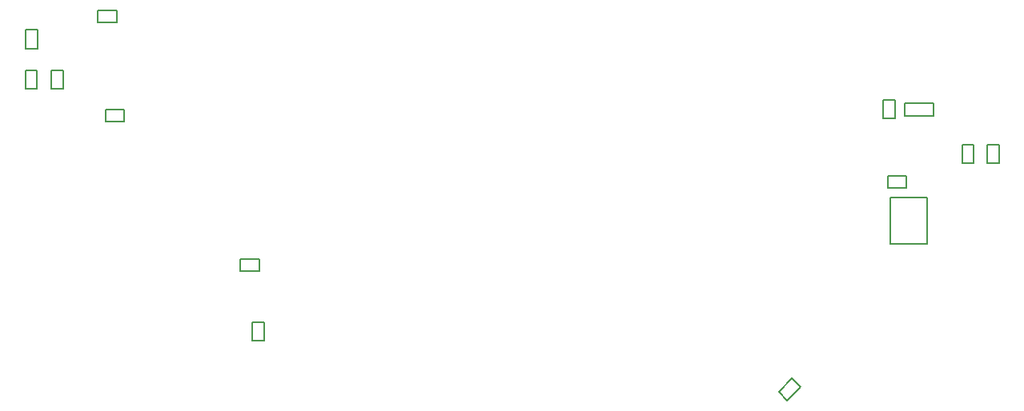
<source format=gbr>
%TF.GenerationSoftware,Altium Limited,Altium Designer,21.6.4 (81)*%
G04 Layer_Color=8388736*
%FSLAX43Y43*%
%MOMM*%
%TF.SameCoordinates,45A01B4D-518A-40F9-B883-98BDF5CD3DE6*%
%TF.FilePolarity,Positive*%
%TF.FileFunction,Other,Bottom_3D_Body*%
%TF.Part,Single*%
G01*
G75*
%TA.AperFunction,NonConductor*%
%ADD102C,0.200*%
D102*
X125305Y42700D02*
Y44100D01*
Y42700D02*
X128305D01*
Y44100D01*
X125305D02*
X128305D01*
X124280Y42425D02*
Y44425D01*
X123030D02*
X124280D01*
X123030Y42425D02*
Y44425D01*
Y42425D02*
X124280D01*
X55050Y26300D02*
X57050D01*
Y27550D01*
X55050D02*
X57050D01*
X55050Y26300D02*
Y27550D01*
X39949Y53874D02*
X41949D01*
X39949Y52624D02*
Y53874D01*
Y52624D02*
X41949D01*
Y53874D01*
X127655Y29175D02*
Y34075D01*
X123755Y29175D02*
X127655D01*
X123755D02*
Y34075D01*
X127655D01*
X134022Y39675D02*
X135272D01*
Y37675D02*
Y39675D01*
X134022Y37675D02*
X135272D01*
X134022D02*
Y39675D01*
X131347D02*
X132597D01*
Y37675D02*
Y39675D01*
X131347Y37675D02*
X132597D01*
X131347D02*
Y39675D01*
X56275Y18875D02*
X57525D01*
X56275D02*
Y20875D01*
X57525D01*
Y18875D02*
Y20875D01*
X32304Y51850D02*
X33554D01*
Y49850D02*
Y51850D01*
X32304Y49850D02*
X33554D01*
X32304D02*
Y51850D01*
X113381Y14899D02*
X114265Y14015D01*
X112851Y12601D02*
X114265Y14015D01*
X111967Y13484D02*
X112851Y12601D01*
X111967Y13484D02*
X113381Y14899D01*
X123480Y35100D02*
Y36350D01*
X125480D01*
Y35100D02*
Y36350D01*
X123480Y35100D02*
X125480D01*
X35043Y45551D02*
X36293D01*
X35043D02*
Y47551D01*
X36293D01*
Y45551D02*
Y47551D01*
X40775Y42149D02*
Y43399D01*
X42775D01*
Y42149D02*
Y43399D01*
X40775Y42149D02*
X42775D01*
X32293Y45551D02*
X33543D01*
X32293D02*
Y47551D01*
X33543D01*
Y45551D02*
Y47551D01*
%TF.MD5,52ef6201d915df0cbe62bb7d9a75d5bb*%
M02*

</source>
